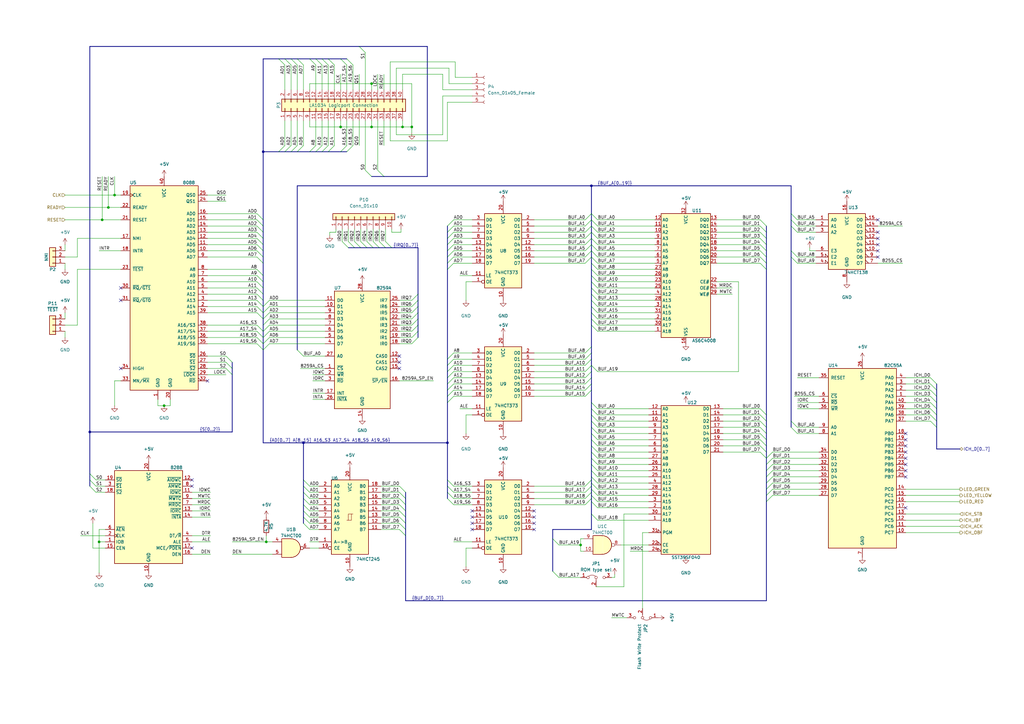
<source format=kicad_sch>
(kicad_sch (version 20230121) (generator eeschema)
  (paper "A3")
  (title_block (title "Tralala 8088 Homebrew Computer") (date "2023-01-17") (rev "1") (company "Copyright (C) 2016, 2017, 2022, 2023 Nikolay Nikolov <nickysn@users.sourceforge.net>") (comment 1 "PO Box 1866, Mountain View, CA 94042, USA.") (comment 2 "http://creativecommons.org/licenses/by-sa/3.0/ or send a letter to Creative Commons,") (comment 3 "License. To view a copy of this license, visit") (comment 4 "This work is licensed under the Creative Commons Attribution-ShareAlike 3.0 Unported"))
  (junction (at 41.91 90.17))
  (junction (at 152.4 34.29))
  (junction (at 67.31 166.37))
  (junction (at 238.125 223.52))
  (junction (at 44.45 85.09))
  (junction (at 36.83 177.165))
  (junction (at 124.46 181.61))
  (junction (at 46.99 80.01))
  (junction (at 139.7 52.07))
  (junction (at 107.95 62.23))
  (junction (at 183.515 181.61))
  (junction (at 168.91 52.07))
  (junction (at 242.57 76.2))
  (junction (at 165.1 52.07))
  (junction (at 109.22 222.25))
  (junction (at 152.4 52.07))
  (junction (at 40.64 222.25))
  (no_connect (at 371.475 187.96))
  (no_connect (at 78.74 199.39))
  (no_connect (at 360.045 102.87))
  (no_connect (at 371.475 190.5))
  (no_connect (at 371.475 195.58))
  (no_connect (at 78.74 224.79))
  (no_connect (at 219.075 217.17))
  (no_connect (at 371.475 180.34))
  (no_connect (at 193.675 217.17))
  (no_connect (at 360.045 97.79))
  (no_connect (at 49.53 118.11))
  (no_connect (at 219.075 212.09))
  (no_connect (at 85.09 156.21))
  (no_connect (at 371.475 182.88))
  (no_connect (at 163.83 146.05))
  (no_connect (at 360.045 105.41))
  (no_connect (at 78.74 196.85))
  (no_connect (at 360.045 95.25))
  (no_connect (at 360.045 90.17))
  (no_connect (at 360.045 100.33))
  (no_connect (at 371.475 185.42))
  (no_connect (at 193.675 214.63))
  (no_connect (at 371.475 177.8))
  (no_connect (at 219.075 214.63))
  (no_connect (at 193.675 212.09))
  (no_connect (at 49.53 123.19))
  (no_connect (at 193.675 209.55))
  (no_connect (at 219.075 209.55))
  (no_connect (at 371.475 193.04))
  (no_connect (at 163.83 151.13))
  (no_connect (at 371.475 208.28))
  (no_connect (at 49.53 151.13))
  (no_connect (at 163.83 148.59))
  (bus_entry (at 327.025 95.25) (size -2.54 -2.54))
  (bus_entry (at 327.025 90.17) (size -2.54 -2.54))
  (bus_entry (at 145.415 99.06) (size 2.54 2.54))
  (bus_entry (at 105.41 102.87) (size 2.54 2.54))
  (bus_entry (at 124.46 26.67) (size -2.54 -2.54))
  (bus_entry (at 327.025 107.95) (size -2.54 -2.54))
  (bus_entry (at 245.11 120.65) (size -2.54 -2.54))
  (bus_entry (at 127 199.39) (size -2.54 -2.54))
  (bus_entry (at 127 204.47) (size -2.54 -2.54))
  (bus_entry (at 127 201.93) (size -2.54 -2.54))
  (bus_entry (at 311.785 90.17) (size 2.54 2.54))
  (bus_entry (at 245.11 130.81) (size -2.54 -2.54))
  (bus_entry (at 105.41 140.97) (size 2.54 2.54))
  (bus_entry (at 186.055 160.02) (size -2.54 2.54))
  (bus_entry (at 105.41 105.41) (size 2.54 2.54))
  (bus_entry (at 245.11 135.89) (size -2.54 -2.54))
  (bus_entry (at 381.635 167.64) (size 2.54 2.54))
  (bus_entry (at 245.11 193.04) (size -2.54 -2.54))
  (bus_entry (at 245.11 177.8) (size -2.54 -2.54))
  (bus_entry (at 245.11 110.49) (size -2.54 -2.54))
  (bus_entry (at 186.055 90.17) (size -2.54 2.54))
  (bus_entry (at 240.03 207.01) (size 2.54 -2.54))
  (bus_entry (at 245.11 97.79) (size -2.54 -2.54))
  (bus_entry (at 105.41 135.89) (size 2.54 2.54))
  (bus_entry (at 186.055 199.39) (size -2.54 -2.54))
  (bus_entry (at 245.11 107.95) (size -2.54 -2.54))
  (bus_entry (at 245.11 133.35) (size -2.54 -2.54))
  (bus_entry (at 110.49 130.81) (size -2.54 2.54))
  (bus_entry (at 110.49 123.19) (size -2.54 2.54))
  (bus_entry (at 110.49 138.43) (size -2.54 2.54))
  (bus_entry (at 168.91 125.73) (size 2.54 -2.54))
  (bus_entry (at 155.575 99.06) (size 2.54 2.54))
  (bus_entry (at 245.11 208.28) (size -2.54 -2.54))
  (bus_entry (at 105.41 120.65) (size 2.54 2.54))
  (bus_entry (at 229.235 223.52) (size -2.54 -2.54))
  (bus_entry (at 245.11 105.41) (size -2.54 -2.54))
  (bus_entry (at 186.055 147.32) (size -2.54 2.54))
  (bus_entry (at 311.785 185.42) (size 2.54 2.54))
  (bus_entry (at 245.11 198.12) (size -2.54 -2.54))
  (bus_entry (at 381.635 172.72) (size 2.54 2.54))
  (bus_entry (at 245.11 115.57) (size -2.54 -2.54))
  (bus_entry (at 137.16 26.67) (size -2.54 -2.54))
  (bus_entry (at 168.91 135.89) (size 2.54 -2.54))
  (bus_entry (at 105.41 138.43) (size 2.54 2.54))
  (bus_entry (at 240.03 102.87) (size 2.54 -2.54))
  (bus_entry (at 105.41 90.17) (size 2.54 2.54))
  (bus_entry (at 132.08 59.69) (size -2.54 2.54))
  (bus_entry (at 240.03 97.79) (size 2.54 -2.54))
  (bus_entry (at 381.635 170.18) (size 2.54 2.54))
  (bus_entry (at 105.41 92.71) (size 2.54 2.54))
  (bus_entry (at 245.11 123.19) (size -2.54 -2.54))
  (bus_entry (at 153.035 99.06) (size 2.54 2.54))
  (bus_entry (at 245.11 205.74) (size -2.54 -2.54))
  (bus_entry (at 39.37 201.93) (size -2.54 -2.54))
  (bus_entry (at 110.49 140.97) (size -2.54 2.54))
  (bus_entry (at 158.115 99.06) (size 2.54 2.54))
  (bus_entry (at 311.785 95.25) (size 2.54 2.54))
  (bus_entry (at 163.83 209.55) (size 2.54 2.54))
  (bus_entry (at 92.71 146.05) (size 2.54 2.54))
  (bus_entry (at 186.055 157.48) (size -2.54 2.54))
  (bus_entry (at 316.865 185.42) (size -2.54 2.54))
  (bus_entry (at 311.785 172.72) (size 2.54 2.54))
  (bus_entry (at 134.62 59.69) (size -2.54 2.54))
  (bus_entry (at 39.37 199.39) (size -2.54 -2.54))
  (bus_entry (at 240.03 154.94) (size 2.54 -2.54))
  (bus_entry (at 124.46 59.69) (size -2.54 2.54))
  (bus_entry (at 154.94 69.85) (size 2.54 2.54))
  (bus_entry (at 127 209.55) (size -2.54 -2.54))
  (bus_entry (at 186.055 144.78) (size -2.54 2.54))
  (bus_entry (at 245.11 125.73) (size -2.54 -2.54))
  (bus_entry (at 121.92 59.69) (size -2.54 2.54))
  (bus_entry (at 240.03 149.86) (size 2.54 -2.54))
  (bus_entry (at 327.025 92.71) (size -2.54 -2.54))
  (bus_entry (at 186.055 107.95) (size -2.54 2.54))
  (bus_entry (at 311.785 102.87) (size 2.54 2.54))
  (bus_entry (at 105.41 133.35) (size 2.54 2.54))
  (bus_entry (at 311.785 170.18) (size 2.54 2.54))
  (bus_entry (at 163.83 199.39) (size 2.54 2.54))
  (bus_entry (at 110.49 125.73) (size -2.54 2.54))
  (bus_entry (at 129.54 26.67) (size -2.54 -2.54))
  (bus_entry (at 119.38 59.69) (size -2.54 2.54))
  (bus_entry (at 245.11 175.26) (size -2.54 -2.54))
  (bus_entry (at 245.11 128.27) (size -2.54 -2.54))
  (bus_entry (at 105.41 95.25) (size 2.54 2.54))
  (bus_entry (at 240.03 107.95) (size 2.54 -2.54))
  (bus_entry (at 240.03 152.4) (size 2.54 -2.54))
  (bus_entry (at 245.11 100.33) (size -2.54 -2.54))
  (bus_entry (at 144.78 26.67) (size -2.54 -2.54))
  (bus_entry (at 245.11 190.5) (size -2.54 -2.54))
  (bus_entry (at 186.055 97.79) (size -2.54 2.54))
  (bus_entry (at 245.11 200.66) (size -2.54 -2.54))
  (bus_entry (at 311.785 100.33) (size 2.54 2.54))
  (bus_entry (at 147.955 99.06) (size 2.54 2.54))
  (bus_entry (at 105.41 123.19) (size 2.54 2.54))
  (bus_entry (at 168.91 130.81) (size 2.54 -2.54))
  (bus_entry (at 327.025 177.8) (size -2.54 -2.54))
  (bus_entry (at 316.865 187.96) (size -2.54 2.54))
  (bus_entry (at 186.055 102.87) (size -2.54 2.54))
  (bus_entry (at 240.03 199.39) (size 2.54 -2.54))
  (bus_entry (at 132.08 26.67) (size -2.54 -2.54))
  (bus_entry (at 105.41 125.73) (size 2.54 2.54))
  (bus_entry (at 186.055 100.33) (size -2.54 2.54))
  (bus_entry (at 245.11 180.34) (size -2.54 -2.54))
  (bus_entry (at 311.785 175.26) (size 2.54 2.54))
  (bus_entry (at 327.025 175.26) (size -2.54 -2.54))
  (bus_entry (at 163.83 201.93) (size 2.54 2.54))
  (bus_entry (at 316.865 198.12) (size -2.54 2.54))
  (bus_entry (at 381.635 162.56) (size 2.54 2.54))
  (bus_entry (at 311.785 177.8) (size 2.54 2.54))
  (bus_entry (at 140.335 99.06) (size 2.54 2.54))
  (bus_entry (at 186.055 92.71) (size -2.54 2.54))
  (bus_entry (at 186.055 105.41) (size -2.54 2.54))
  (bus_entry (at 381.635 157.48) (size 2.54 2.54))
  (bus_entry (at 245.11 185.42) (size -2.54 -2.54))
  (bus_entry (at 149.86 69.85) (size 2.54 2.54))
  (bus_entry (at 127 207.01) (size -2.54 -2.54))
  (bus_entry (at 245.11 102.87) (size -2.54 -2.54))
  (bus_entry (at 168.91 123.19) (size 2.54 -2.54))
  (bus_entry (at 245.11 213.36) (size -2.54 -2.54))
  (bus_entry (at 245.11 203.2) (size -2.54 -2.54))
  (bus_entry (at 245.11 182.88) (size -2.54 -2.54))
  (bus_entry (at 245.11 113.03) (size -2.54 -2.54))
  (bus_entry (at 240.03 157.48) (size 2.54 -2.54))
  (bus_entry (at 127 217.17) (size -2.54 -2.54))
  (bus_entry (at 240.03 92.71) (size 2.54 -2.54))
  (bus_entry (at 311.785 97.79) (size 2.54 2.54))
  (bus_entry (at 39.37 196.85) (size -2.54 -2.54))
  (bus_entry (at 240.03 201.93) (size 2.54 -2.54))
  (bus_entry (at 240.03 144.78) (size 2.54 -2.54))
  (bus_entry (at 245.11 187.96) (size -2.54 -2.54))
  (bus_entry (at 316.865 190.5) (size -2.54 2.54))
  (bus_entry (at 186.055 162.56) (size -2.54 2.54))
  (bus_entry (at 186.055 154.94) (size -2.54 2.54))
  (bus_entry (at 240.03 147.32) (size 2.54 -2.54))
  (bus_entry (at 110.49 128.27) (size -2.54 2.54))
  (bus_entry (at 240.03 90.17) (size 2.54 -2.54))
  (bus_entry (at 116.84 26.67) (size -2.54 -2.54))
  (bus_entry (at 163.83 214.63) (size 2.54 2.54))
  (bus_entry (at 229.235 236.855) (size -2.54 -2.54))
  (bus_entry (at 311.785 182.88) (size 2.54 2.54))
  (bus_entry (at 163.83 207.01) (size 2.54 2.54))
  (bus_entry (at 168.91 138.43) (size 2.54 -2.54))
  (bus_entry (at 105.41 97.79) (size 2.54 2.54))
  (bus_entry (at 316.865 195.58) (size -2.54 2.54))
  (bus_entry (at 144.78 59.69) (size -2.54 2.54))
  (bus_entry (at 124.46 146.05) (size -2.54 -2.54))
  (bus_entry (at 381.635 160.02) (size 2.54 2.54))
  (bus_entry (at 105.41 110.49) (size 2.54 2.54))
  (bus_entry (at 168.91 128.27) (size 2.54 -2.54))
  (bus_entry (at 240.03 95.25) (size 2.54 -2.54))
  (bus_entry (at 186.055 152.4) (size -2.54 2.54))
  (bus_entry (at 245.11 152.4) (size -2.54 -2.54))
  (bus_entry (at 186.055 207.01) (size -2.54 -2.54))
  (bus_entry (at 245.11 170.18) (size -2.54 -2.54))
  (bus_entry (at 245.11 118.11) (size -2.54 -2.54))
  (bus_entry (at 186.055 201.93) (size -2.54 -2.54))
  (bus_entry (at 129.54 59.69) (size -2.54 2.54))
  (bus_entry (at 240.03 204.47) (size 2.54 -2.54))
  (bus_entry (at 311.785 105.41) (size 2.54 2.54))
  (bus_entry (at 245.11 172.72) (size -2.54 -2.54))
  (bus_entry (at 163.83 217.17) (size 2.54 2.54))
  (bus_entry (at 163.83 204.47) (size 2.54 2.54))
  (bus_entry (at 316.865 193.04) (size -2.54 2.54))
  (bus_entry (at 142.24 26.67) (size -2.54 -2.54))
  (bus_entry (at 186.055 95.25) (size -2.54 2.54))
  (bus_entry (at 186.055 149.86) (size -2.54 2.54))
  (bus_entry (at 110.49 135.89) (size -2.54 2.54))
  (bus_entry (at 311.785 92.71) (size 2.54 2.54))
  (bus_entry (at 245.11 92.71) (size -2.54 -2.54))
  (bus_entry (at 116.84 59.69) (size -2.54 2.54))
  (bus_entry (at 105.41 113.03) (size 2.54 2.54))
  (bus_entry (at 316.865 203.2) (size -2.54 2.54))
  (bus_entry (at 240.03 162.56) (size 2.54 -2.54))
  (bus_entry (at 311.785 107.95) (size 2.54 2.54))
  (bus_entry (at 137.16 59.69) (size -2.54 2.54))
  (bus_entry (at 142.875 99.06) (size 2.54 2.54))
  (bus_entry (at 311.785 180.34) (size 2.54 2.54))
  (bus_entry (at 245.11 195.58) (size -2.54 -2.54))
  (bus_entry (at 245.11 90.17) (size -2.54 -2.54))
  (bus_entry (at 110.49 133.35) (size -2.54 2.54))
  (bus_entry (at 381.635 154.94) (size 2.54 2.54))
  (bus_entry (at 149.86 21.59) (size -2.54 -2.54))
  (bus_entry (at 142.24 59.69) (size -2.54 2.54))
  (bus_entry (at 240.03 105.41) (size 2.54 -2.54))
  (bus_entry (at 105.41 100.33) (size 2.54 2.54))
  (bus_entry (at 127 214.63) (size -2.54 -2.54))
  (bus_entry (at 121.92 26.67) (size -2.54 -2.54))
  (bus_entry (at 381.635 165.1) (size 2.54 2.54))
  (bus_entry (at 245.11 95.25) (size -2.54 -2.54))
  (bus_entry (at 186.055 204.47) (size -2.54 -2.54))
  (bus_entry (at 327.025 105.41) (size -2.54 -2.54))
  (bus_entry (at 92.71 151.13) (size 2.54 2.54))
  (bus_entry (at 105.41 115.57) (size 2.54 2.54))
  (bus_entry (at 105.41 87.63) (size 2.54 2.54))
  (bus_entry (at 240.03 160.02) (size 2.54 -2.54))
  (bus_entry (at 105.41 118.11) (size 2.54 2.54))
  (bus_entry (at 163.83 212.09) (size 2.54 2.54))
  (bus_entry (at 134.62 26.67) (size -2.54 -2.54))
  (bus_entry (at 168.91 133.35) (size 2.54 -2.54))
  (bus_entry (at 127 212.09) (size -2.54 -2.54))
  (bus_entry (at 105.41 128.27) (size 2.54 2.54))
  (bus_entry (at 119.38 26.67) (size -2.54 -2.54))
  (bus_entry (at 92.71 148.59) (size 2.54 2.54))
  (bus_entry (at 316.865 200.66) (size -2.54 2.54))
  (bus_entry (at 240.03 100.33) (size 2.54 -2.54))
  (bus_entry (at 150.495 99.06) (size 2.54 2.54))
  (bus_entry (at 311.785 167.64) (size 2.54 2.54))
  (bus_entry (at 168.91 140.97) (size 2.54 -2.54))
  (bus_entry (at 245.11 167.64) (size -2.54 -2.54))
  (wire (pts (xy 294.005 118.11) (xy 300.355 118.11)))
  (wire (pts (xy 327.025 107.95) (xy 334.645 107.95)))
  (wire (pts (xy 95.25 227.33) (xy 111.76 227.33)))
  (bus (pts (xy 171.45 120.65) (xy 171.45 123.19)))
  (bus (pts (xy 324.485 87.63) (xy 324.485 90.17)))
  (bus (pts (xy 242.57 147.32) (xy 242.57 149.86)))
  (wire (pts (xy 116.84 36.83) (xy 116.84 26.67)))
  (bus (pts (xy 314.325 195.58) (xy 314.325 198.12)))
  (wire (pts (xy 302.895 115.57) (xy 302.895 152.4)))
  (wire (pts (xy 219.075 160.02) (xy 240.03 160.02)))
  (bus (pts (xy 242.57 167.64) (xy 242.57 170.18)))
  (wire (pts (xy 162.56 55.245) (xy 162.56 49.53)))
  (wire (pts (xy 110.49 123.19) (xy 133.35 123.19)))
  (wire (pts (xy 186.055 207.01) (xy 193.675 207.01)))
  (wire (pts (xy 238.125 220.98) (xy 239.395 220.98)))
  (wire (pts (xy 360.045 92.71) (xy 370.205 92.71)))
  (wire (pts (xy 296.545 185.42) (xy 311.785 185.42)))
  (bus (pts (xy 183.515 196.85) (xy 183.515 199.39)))
  (wire (pts (xy 191.135 170.18) (xy 191.135 177.8)))
  (wire (pts (xy 38.1 214.63) (xy 38.1 224.79)))
  (bus (pts (xy 242.57 193.04) (xy 242.57 195.58)))
  (bus (pts (xy 314.325 180.34) (xy 314.325 182.88)))
  (wire (pts (xy 245.11 205.74) (xy 266.065 205.74)))
  (wire (pts (xy 124.46 49.53) (xy 124.46 59.69)))
  (bus (pts (xy 124.46 181.61) (xy 124.46 196.85)))
  (wire (pts (xy 85.09 120.65) (xy 105.41 120.65)))
  (wire (pts (xy 181.61 30.48) (xy 181.61 36.83)))
  (bus (pts (xy 384.175 160.02) (xy 384.175 162.56)))
  (bus (pts (xy 314.325 182.88) (xy 314.325 185.42)))
  (bus (pts (xy 242.57 154.94) (xy 242.57 157.48)))
  (bus (pts (xy 242.57 203.2) (xy 242.57 204.47)))
  (wire (pts (xy 186.055 95.25) (xy 193.675 95.25)))
  (wire (pts (xy 165.1 36.83) (xy 165.1 30.48)))
  (wire (pts (xy 219.075 144.78) (xy 240.03 144.78)))
  (wire (pts (xy 46.99 80.01) (xy 49.53 80.01)))
  (bus (pts (xy 171.45 101.6) (xy 171.45 120.65)))
  (wire (pts (xy 128.27 161.29) (xy 133.35 161.29)))
  (wire (pts (xy 186.055 147.32) (xy 193.675 147.32)))
  (wire (pts (xy 127 199.39) (xy 130.81 199.39)))
  (wire (pts (xy 64.77 166.37) (xy 67.31 166.37)))
  (bus (pts (xy 95.25 151.13) (xy 95.25 153.67)))
  (bus (pts (xy 152.4 72.39) (xy 157.48 72.39)))
  (wire (pts (xy 219.075 207.01) (xy 240.03 207.01)))
  (wire (pts (xy 296.545 167.64) (xy 311.785 167.64)))
  (wire (pts (xy 127 34.29) (xy 152.4 34.29)))
  (bus (pts (xy 142.24 24.13) (xy 139.7 24.13)))
  (wire (pts (xy 26.67 105.41) (xy 31.75 105.41)))
  (wire (pts (xy 294.005 102.87) (xy 311.785 102.87)))
  (wire (pts (xy 31.75 97.79) (xy 49.53 97.79)))
  (wire (pts (xy 85.09 80.01) (xy 92.71 80.01)))
  (bus (pts (xy 166.37 207.01) (xy 166.37 209.55)))
  (wire (pts (xy 156.21 207.01) (xy 163.83 207.01)))
  (bus (pts (xy 242.57 113.03) (xy 242.57 110.49)))
  (bus (pts (xy 384.175 184.15) (xy 393.7 184.15)))
  (wire (pts (xy 39.37 199.39) (xy 43.18 199.39)))
  (bus (pts (xy 129.54 24.13) (xy 127 24.13)))
  (wire (pts (xy 186.055 107.95) (xy 193.675 107.95)))
  (wire (pts (xy 156.21 217.17) (xy 163.83 217.17)))
  (bus (pts (xy 171.45 135.89) (xy 171.45 138.43)))
  (wire (pts (xy 127 212.09) (xy 130.81 212.09)))
  (bus (pts (xy 242.57 115.57) (xy 242.57 113.03)))
  (bus (pts (xy 171.45 128.27) (xy 171.45 130.81)))
  (wire (pts (xy 296.545 180.34) (xy 311.785 180.34)))
  (wire (pts (xy 137.16 49.53) (xy 137.16 59.69)))
  (bus (pts (xy 314.325 193.04) (xy 314.325 195.58)))
  (wire (pts (xy 371.475 162.56) (xy 381.635 162.56)))
  (wire (pts (xy 191.135 115.57) (xy 193.675 115.57)))
  (bus (pts (xy 171.45 133.35) (xy 171.45 135.89)))
  (wire (pts (xy 150.495 99.06) (xy 150.495 93.98)))
  (bus (pts (xy 107.95 105.41) (xy 107.95 107.95)))
  (wire (pts (xy 78.74 204.47) (xy 86.36 204.47)))
  (wire (pts (xy 186.055 152.4) (xy 193.675 152.4)))
  (wire (pts (xy 127 49.53) (xy 127 52.07)))
  (wire (pts (xy 31.75 110.49) (xy 31.75 133.35)))
  (bus (pts (xy 158.115 101.6) (xy 160.655 101.6)))
  (wire (pts (xy 157.48 36.83) (xy 157.48 30.48)))
  (bus (pts (xy 242.57 105.41) (xy 242.57 102.87)))
  (wire (pts (xy 219.075 204.47) (xy 240.03 204.47)))
  (wire (pts (xy 26.67 85.09) (xy 44.45 85.09)))
  (wire (pts (xy 26.67 128.27) (xy 26.67 130.81)))
  (wire (pts (xy 294.005 90.17) (xy 311.785 90.17)))
  (bus (pts (xy 107.95 130.81) (xy 107.95 133.35)))
  (wire (pts (xy 85.09 140.97) (xy 105.41 140.97)))
  (bus (pts (xy 132.08 24.13) (xy 129.54 24.13)))
  (bus (pts (xy 242.57 115.57) (xy 242.57 118.11)))
  (wire (pts (xy 258.445 226.06) (xy 266.065 226.06)))
  (wire (pts (xy 124.46 146.05) (xy 133.35 146.05)))
  (wire (pts (xy 296.545 175.26) (xy 311.785 175.26)))
  (bus (pts (xy 226.695 220.98) (xy 226.695 234.315)))
  (wire (pts (xy 119.38 36.83) (xy 119.38 26.67)))
  (wire (pts (xy 371.475 157.48) (xy 381.635 157.48)))
  (wire (pts (xy 165.1 30.48) (xy 181.61 30.48)))
  (wire (pts (xy 142.875 99.06) (xy 142.875 93.98)))
  (bus (pts (xy 171.45 123.19) (xy 171.45 125.73)))
  (bus (pts (xy 324.485 105.41) (xy 324.485 102.87)))
  (wire (pts (xy 127 222.25) (xy 130.81 222.25)))
  (bus (pts (xy 157.48 72.39) (xy 175.26 72.39)))
  (bus (pts (xy 242.57 187.96) (xy 242.57 185.42)))
  (bus (pts (xy 95.25 177.165) (xy 36.83 177.165)))
  (bus (pts (xy 183.515 162.56) (xy 183.515 165.1)))
  (wire (pts (xy 134.62 49.53) (xy 134.62 59.69)))
  (wire (pts (xy 137.795 93.98) (xy 137.795 95.25)))
  (bus (pts (xy 226.695 217.17) (xy 242.57 217.17)))
  (wire (pts (xy 327.025 95.25) (xy 334.645 95.25)))
  (wire (pts (xy 154.94 36.83) (xy 154.94 30.48)))
  (wire (pts (xy 245.11 172.72) (xy 266.065 172.72)))
  (wire (pts (xy 219.075 102.87) (xy 240.03 102.87)))
  (wire (pts (xy 186.055 160.02) (xy 193.675 160.02)))
  (wire (pts (xy 78.74 219.71) (xy 86.36 219.71)))
  (wire (pts (xy 168.91 54.61) (xy 168.91 52.07)))
  (bus (pts (xy 324.485 102.87) (xy 324.485 92.71)))
  (bus (pts (xy 107.95 140.97) (xy 107.95 143.51)))
  (wire (pts (xy 245.11 185.42) (xy 266.065 185.42)))
  (wire (pts (xy 43.18 224.79) (xy 38.1 224.79)))
  (bus (pts (xy 121.92 62.23) (xy 127 62.23)))
  (wire (pts (xy 245.11 133.35) (xy 268.605 133.35)))
  (wire (pts (xy 181.61 55.245) (xy 181.61 39.37)))
  (bus (pts (xy 242.57 182.88) (xy 242.57 185.42)))
  (wire (pts (xy 44.45 85.09) (xy 49.53 85.09)))
  (wire (pts (xy 127 52.07) (xy 139.7 52.07)))
  (wire (pts (xy 263.525 218.44) (xy 263.525 249.555)))
  (bus (pts (xy 134.62 62.23) (xy 139.7 62.23)))
  (wire (pts (xy 371.475 170.18) (xy 381.635 170.18)))
  (bus (pts (xy 242.57 199.39) (xy 242.57 200.66)))
  (wire (pts (xy 31.75 133.35) (xy 26.67 133.35)))
  (bus (pts (xy 314.325 92.71) (xy 314.325 95.25)))
  (wire (pts (xy 95.25 222.25) (xy 109.22 222.25)))
  (wire (pts (xy 142.24 36.83) (xy 142.24 26.67)))
  (bus (pts (xy 314.325 95.25) (xy 314.325 97.79)))
  (bus (pts (xy 183.515 157.48) (xy 183.515 160.02)))
  (bus (pts (xy 242.57 199.39) (xy 242.57 198.12)))
  (bus (pts (xy 242.57 177.8) (xy 242.57 180.34)))
  (wire (pts (xy 85.09 95.25) (xy 105.41 95.25)))
  (bus (pts (xy 242.57 210.82) (xy 242.57 217.17)))
  (bus (pts (xy 242.57 128.27) (xy 242.57 130.81)))
  (wire (pts (xy 327.025 177.8) (xy 335.915 177.8)))
  (bus (pts (xy 36.83 194.31) (xy 36.83 196.85)))
  (bus (pts (xy 107.95 125.73) (xy 107.95 128.27)))
  (wire (pts (xy 325.755 162.56) (xy 335.915 162.56)))
  (wire (pts (xy 119.38 49.53) (xy 119.38 59.69)))
  (wire (pts (xy 294.005 97.79) (xy 311.785 97.79)))
  (wire (pts (xy 41.91 90.17) (xy 49.53 90.17)))
  (wire (pts (xy 85.09 138.43) (xy 105.41 138.43)))
  (wire (pts (xy 245.11 170.18) (xy 266.065 170.18)))
  (wire (pts (xy 156.21 212.09) (xy 163.83 212.09)))
  (bus (pts (xy 242.57 165.1) (xy 242.57 167.64)))
  (wire (pts (xy 244.475 240.665) (xy 255.905 240.665)))
  (wire (pts (xy 160.02 57.785) (xy 160.02 49.53)))
  (wire (pts (xy 162.56 55.245) (xy 181.61 55.245)))
  (wire (pts (xy 127 217.17) (xy 130.81 217.17)))
  (wire (pts (xy 186.055 201.93) (xy 193.675 201.93)))
  (wire (pts (xy 219.075 92.71) (xy 240.03 92.71)))
  (bus (pts (xy 242.57 118.11) (xy 242.57 120.65)))
  (bus (pts (xy 242.57 198.12) (xy 242.57 196.85)))
  (wire (pts (xy 219.075 107.95) (xy 240.03 107.95)))
  (wire (pts (xy 40.64 222.25) (xy 43.18 222.25)))
  (bus (pts (xy 314.325 190.5) (xy 314.325 193.04)))
  (wire (pts (xy 245.11 110.49) (xy 268.605 110.49)))
  (bus (pts (xy 36.83 196.85) (xy 36.83 199.39)))
  (wire (pts (xy 168.91 130.81) (xy 163.83 130.81)))
  (bus (pts (xy 175.26 72.39) (xy 175.26 19.05)))
  (wire (pts (xy 168.91 125.73) (xy 163.83 125.73)))
  (wire (pts (xy 85.09 90.17) (xy 105.41 90.17)))
  (wire (pts (xy 168.91 123.19) (xy 163.83 123.19)))
  (bus (pts (xy 166.37 209.55) (xy 166.37 212.09)))
  (bus (pts (xy 384.175 165.1) (xy 384.175 167.64)))
  (wire (pts (xy 31.75 110.49) (xy 49.53 110.49)))
  (wire (pts (xy 238.125 223.52) (xy 238.125 220.98)))
  (wire (pts (xy 191.135 224.79) (xy 191.135 232.41)))
  (wire (pts (xy 188.595 167.64) (xy 193.675 167.64)))
  (wire (pts (xy 85.09 148.59) (xy 92.71 148.59)))
  (wire (pts (xy 302.895 152.4) (xy 245.11 152.4)))
  (wire (pts (xy 239.395 226.06) (xy 238.125 226.06)))
  (wire (pts (xy 250.825 236.855) (xy 252.095 236.855)))
  (wire (pts (xy 127 207.01) (xy 130.81 207.01)))
  (bus (pts (xy 124.46 212.09) (xy 124.46 214.63)))
  (wire (pts (xy 168.91 133.35) (xy 163.83 133.35)))
  (wire (pts (xy 252.095 236.855) (xy 252.095 235.585)))
  (wire (pts (xy 371.475 205.74) (xy 393.7 205.74)))
  (bus (pts (xy 314.325 100.33) (xy 314.325 102.87)))
  (wire (pts (xy 245.11 102.87) (xy 268.605 102.87)))
  (bus (pts (xy 107.95 102.87) (xy 107.95 105.41)))
  (wire (pts (xy 371.475 165.1) (xy 381.635 165.1)))
  (wire (pts (xy 168.91 128.27) (xy 163.83 128.27)))
  (bus (pts (xy 107.95 118.11) (xy 107.95 120.65)))
  (bus (pts (xy 114.3 24.13) (xy 107.95 24.13)))
  (bus (pts (xy 242.57 190.5) (xy 242.57 187.96)))
  (wire (pts (xy 245.11 193.04) (xy 266.065 193.04)))
  (bus (pts (xy 166.37 217.17) (xy 166.37 219.71)))
  (wire (pts (xy 168.91 34.29) (xy 152.4 34.29)))
  (wire (pts (xy 219.075 97.79) (xy 240.03 97.79)))
  (wire (pts (xy 229.235 223.52) (xy 238.125 223.52)))
  (wire (pts (xy 327.025 105.41) (xy 334.645 105.41)))
  (bus (pts (xy 166.37 219.71) (xy 166.37 246.38)))
  (bus (pts (xy 384.175 167.64) (xy 384.175 170.18)))
  (bus (pts (xy 314.325 110.49) (xy 314.325 170.18)))
  (bus (pts (xy 314.325 175.26) (xy 314.325 177.8)))
  (wire (pts (xy 129.54 49.53) (xy 129.54 59.69)))
  (wire (pts (xy 327.025 154.94) (xy 335.915 154.94)))
  (bus (pts (xy 183.515 181.61) (xy 183.515 196.85)))
  (bus (pts (xy 183.515 97.79) (xy 183.515 100.33)))
  (bus (pts (xy 242.57 120.65) (xy 242.57 123.19)))
  (wire (pts (xy 219.075 149.86) (xy 240.03 149.86)))
  (wire (pts (xy 121.92 36.83) (xy 121.92 26.67)))
  (wire (pts (xy 168.91 138.43) (xy 163.83 138.43)))
  (wire (pts (xy 266.065 218.44) (xy 263.525 218.44)))
  (bus (pts (xy 183.515 152.4) (xy 183.515 154.94)))
  (wire (pts (xy 186.055 92.71) (xy 193.675 92.71)))
  (wire (pts (xy 371.475 210.82) (xy 393.7 210.82)))
  (bus (pts (xy 242.57 172.72) (xy 242.57 175.26)))
  (bus (pts (xy 183.515 147.32) (xy 183.515 149.86)))
  (wire (pts (xy 156.21 209.55) (xy 163.83 209.55)))
  (wire (pts (xy 294.005 115.57) (xy 302.895 115.57)))
  (wire (pts (xy 219.075 199.39) (xy 240.03 199.39)))
  (bus (pts (xy 242.57 152.4) (xy 242.57 154.94)))
  (wire (pts (xy 245.11 123.19) (xy 268.605 123.19)))
  (wire (pts (xy 294.005 105.41) (xy 311.785 105.41)))
  (wire (pts (xy 85.09 125.73) (xy 105.41 125.73)))
  (wire (pts (xy 193.675 224.79) (xy 191.135 224.79)))
  (bus (pts (xy 242.57 200.66) (xy 242.57 201.93)))
  (wire (pts (xy 254.635 223.52) (xy 266.065 223.52)))
  (wire (pts (xy 245.11 113.03) (xy 268.605 113.03)))
  (bus (pts (xy 242.57 92.71) (xy 242.57 90.17)))
  (wire (pts (xy 327.025 90.17) (xy 334.645 90.17)))
  (bus (pts (xy 121.92 24.13) (xy 119.38 24.13)))
  (bus (pts (xy 36.83 177.165) (xy 36.83 194.31)))
  (wire (pts (xy 219.075 105.41) (xy 240.03 105.41)))
  (wire (pts (xy 332.105 102.87) (xy 332.105 101.6)))
  (wire (pts (xy 147.32 59.69) (xy 147.32 49.53)))
  (wire (pts (xy 160.02 25.4) (xy 160.02 36.83)))
  (wire (pts (xy 147.955 99.06) (xy 147.955 93.98)))
  (bus (pts (xy 314.325 105.41) (xy 314.325 107.95)))
  (wire (pts (xy 85.09 87.63) (xy 105.41 87.63)))
  (bus (pts (xy 183.515 201.93) (xy 183.515 204.47)))
  (wire (pts (xy 85.09 102.87) (xy 105.41 102.87)))
  (wire (pts (xy 144.78 36.83) (xy 144.78 26.67)))
  (wire (pts (xy 245.11 190.5) (xy 266.065 190.5)))
  (wire (pts (xy 186.69 31.75) (xy 193.675 31.75)))
  (bus (pts (xy 127 62.23) (xy 129.54 62.23)))
  (wire (pts (xy 110.49 138.43) (xy 133.35 138.43)))
  (wire (pts (xy 78.74 227.33) (xy 86.36 227.33)))
  (bus (pts (xy 242.57 204.47) (xy 242.57 205.74)))
  (bus (pts (xy 324.485 105.41) (xy 324.485 172.72)))
  (bus (pts (xy 242.57 123.19) (xy 242.57 125.73)))
  (wire (pts (xy 168.91 34.29) (xy 168.91 52.07)))
  (bus (pts (xy 183.515 107.95) (xy 183.515 110.49)))
  (wire (pts (xy 245.11 130.81) (xy 268.605 130.81)))
  (wire (pts (xy 127 201.93) (xy 130.81 201.93)))
  (wire (pts (xy 186.055 199.39) (xy 193.675 199.39)))
  (bus (pts (xy 107.95 120.65) (xy 107.95 123.19)))
  (wire (pts (xy 127 224.79) (xy 130.81 224.79)))
  (wire (pts (xy 123.19 151.13) (xy 133.35 151.13)))
  (wire (pts (xy 85.09 146.05) (xy 92.71 146.05)))
  (wire (pts (xy 186.055 90.17) (xy 193.675 90.17)))
  (wire (pts (xy 26.67 135.89) (xy 26.67 138.43)))
  (wire (pts (xy 85.09 133.35) (xy 105.41 133.35)))
  (bus (pts (xy 314.325 102.87) (xy 314.325 105.41)))
  (bus (pts (xy 124.46 207.01) (xy 124.46 209.55)))
  (bus (pts (xy 124.46 204.47) (xy 124.46 207.01)))
  (bus (pts (xy 124.46 199.39) (xy 124.46 201.93)))
  (wire (pts (xy 139.7 52.07) (xy 152.4 52.07)))
  (bus (pts (xy 242.57 144.78) (xy 242.57 147.32)))
  (wire (pts (xy 334.645 102.87) (xy 332.105 102.87)))
  (bus (pts (xy 242.57 100.33) (xy 242.57 97.79)))
  (wire (pts (xy 78.74 201.93) (xy 86.36 201.93)))
  (wire (pts (xy 127 214.63) (xy 130.81 214.63)))
  (bus (pts (xy 242.57 149.86) (xy 242.57 152.4)))
  (wire (pts (xy 39.37 196.85) (xy 43.18 196.85)))
  (wire (pts (xy 245.11 198.12) (xy 266.065 198.12)))
  (wire (pts (xy 245.11 203.2) (xy 266.065 203.2)))
  (wire (pts (xy 128.27 156.21) (xy 133.35 156.21)))
  (bus (pts (xy 107.95 115.57) (xy 107.95 118.11)))
  (bus (pts (xy 142.875 101.6) (xy 145.415 101.6)))
  (wire (pts (xy 371.475 167.64) (xy 381.635 167.64)))
  (bus (pts (xy 242.57 180.34) (xy 242.57 182.88)))
  (wire (pts (xy 381.635 154.94) (xy 371.475 154.94)))
  (wire (pts (xy 162.56 27.94) (xy 184.15 27.94)))
  (wire (pts (xy 85.09 82.55) (xy 92.71 82.55)))
  (wire (pts (xy 186.055 100.33) (xy 193.675 100.33)))
  (bus (pts (xy 107.95 107.95) (xy 107.95 113.03)))
  (wire (pts (xy 110.49 135.89) (xy 133.35 135.89)))
  (wire (pts (xy 219.075 162.56) (xy 240.03 162.56)))
  (wire (pts (xy 85.09 128.27) (xy 105.41 128.27)))
  (wire (pts (xy 153.035 99.06) (xy 153.035 93.98)))
  (wire (pts (xy 137.795 95.25) (xy 135.255 95.25)))
  (wire (pts (xy 238.125 226.06) (xy 238.125 223.52)))
  (wire (pts (xy 124.46 36.83) (xy 124.46 26.67)))
  (wire (pts (xy 142.24 59.69) (xy 142.24 49.53)))
  (wire (pts (xy 67.31 166.37) (xy 69.85 166.37)))
  (bus (pts (xy 139.7 62.23) (xy 142.24 62.23)))
  (wire (pts (xy 371.475 215.9) (xy 393.7 215.9)))
  (bus (pts (xy 314.325 177.8) (xy 314.325 180.34)))
  (wire (pts (xy 186.055 204.47) (xy 193.675 204.47)))
  (wire (pts (xy 245.11 107.95) (xy 268.605 107.95)))
  (wire (pts (xy 245.11 100.33) (xy 268.605 100.33)))
  (wire (pts (xy 78.74 209.55) (xy 86.36 209.55)))
  (bus (pts (xy 324.485 175.26) (xy 324.485 172.72)))
  (wire (pts (xy 184.15 34.29) (xy 193.675 34.29)))
  (wire (pts (xy 78.74 222.25) (xy 86.36 222.25)))
  (bus (pts (xy 166.37 204.47) (xy 166.37 207.01)))
  (bus (pts (xy 107.95 100.33) (xy 107.95 102.87)))
  (bus (pts (xy 242.57 125.73) (xy 242.57 128.27)))
  (bus (pts (xy 107.95 143.51) (xy 107.95 181.61)))
  (bus (pts (xy 242.57 107.95) (xy 242.57 105.41)))
  (wire (pts (xy 145.415 99.06) (xy 145.415 93.98)))
  (bus (pts (xy 155.575 101.6) (xy 158.115 101.6)))
  (wire (pts (xy 245.11 128.27) (xy 268.605 128.27)))
  (wire (pts (xy 40.64 217.17) (xy 40.64 222.25)))
  (bus (pts (xy 150.495 101.6) (xy 153.035 101.6)))
  (bus (pts (xy 107.95 90.17) (xy 107.95 92.71)))
  (wire (pts (xy 191.135 123.19) (xy 191.135 115.57)))
  (bus (pts (xy 242.57 95.25) (xy 242.57 92.71)))
  (wire (pts (xy 85.09 92.71) (xy 105.41 92.71)))
  (wire (pts (xy 165.1 52.07) (xy 168.91 52.07)))
  (bus (pts (xy 147.955 101.6) (xy 150.495 101.6)))
  (wire (pts (xy 371.475 213.36) (xy 393.7 213.36)))
  (wire (pts (xy 156.21 214.63) (xy 163.83 214.63)))
  (bus (pts (xy 153.035 101.6) (xy 155.575 101.6)))
  (wire (pts (xy 168.91 140.97) (xy 163.83 140.97)))
  (bus (pts (xy 145.415 101.6) (xy 147.955 101.6)))
  (bus (pts (xy 107.95 123.19) (xy 107.95 125.73)))
  (bus (pts (xy 242.57 110.49) (xy 242.57 107.95)))
  (bus (pts (xy 183.515 102.87) (xy 183.515 105.41)))
  (wire (pts (xy 85.09 113.03) (xy 105.41 113.03)))
  (wire (pts (xy 229.235 236.855) (xy 238.125 236.855)))
  (wire (pts (xy 127 36.83) (xy 127 34.29)))
  (bus (pts (xy 314.325 170.18) (xy 314.325 172.72)))
  (wire (pts (xy 116.84 49.53) (xy 116.84 59.69)))
  (wire (pts (xy 316.865 187.96) (xy 335.915 187.96)))
  (wire (pts (xy 168.91 135.89) (xy 163.83 135.89)))
  (wire (pts (xy 219.075 152.4) (xy 240.03 152.4)))
  (bus (pts (xy 132.08 62.23) (xy 134.62 62.23)))
  (bus (pts (xy 242.57 193.04) (xy 242.57 190.5)))
  (bus (pts (xy 183.515 110.49) (xy 183.515 147.32)))
  (bus (pts (xy 183.515 105.41) (xy 183.515 107.95)))
  (wire (pts (xy 250.825 253.365) (xy 257.175 253.365)))
  (wire (pts (xy 219.075 157.48) (xy 240.03 157.48)))
  (wire (pts (xy 186.055 222.25) (xy 193.675 222.25)))
  (wire (pts (xy 186.69 25.4) (xy 186.69 31.75)))
  (bus (pts (xy 127 24.13) (xy 121.92 24.13)))
  (wire (pts (xy 186.055 162.56) (xy 193.675 162.56)))
  (bus (pts (xy 116.84 24.13) (xy 114.3 24.13)))
  (bus (pts (xy 166.37 212.09) (xy 166.37 214.63)))
  (wire (pts (xy 149.86 21.59) (xy 149.86 36.83)))
  (bus (pts (xy 183.515 199.39) (xy 183.515 201.93)))
  (wire (pts (xy 294.005 107.95) (xy 311.785 107.95)))
  (wire (pts (xy 186.055 157.48) (xy 193.675 157.48)))
  (wire (pts (xy 294.005 92.71) (xy 311.785 92.71)))
  (bus (pts (xy 183.515 92.71) (xy 183.515 95.25)))
  (wire (pts (xy 26.67 90.17) (xy 41.91 90.17)))
  (wire (pts (xy 41.91 72.39) (xy 41.91 90.17)))
  (wire (pts (xy 26.67 107.95) (xy 26.67 110.49)))
  (wire (pts (xy 219.075 154.94) (xy 240.03 154.94)))
  (wire (pts (xy 371.475 218.44) (xy 393.7 218.44)))
  (wire (pts (xy 186.055 105.41) (xy 193.675 105.41)))
  (wire (pts (xy 316.865 190.5) (xy 335.915 190.5)))
  (bus (pts (xy 114.3 62.23) (xy 116.84 62.23)))
  (bus (pts (xy 166.37 214.63) (xy 166.37 217.17)))
  (wire (pts (xy 245.11 213.36) (xy 266.065 213.36)))
  (bus (pts (xy 242.57 160.02) (xy 242.57 165.1)))
  (wire (pts (xy 245.11 97.79) (xy 268.605 97.79)))
  (bus (pts (xy 314.325 187.96) (xy 314.325 190.5)))
  (wire (pts (xy 137.16 36.83) (xy 137.16 26.67)))
  (bus (pts (xy 107.95 138.43) (xy 107.95 140.97)))
  (bus (pts (xy 324.485 76.2) (xy 324.485 87.63)))
  (wire (pts (xy 245.11 90.17) (xy 268.605 90.17)))
  (wire (pts (xy 160.02 25.4) (xy 186.69 25.4)))
  (wire (pts (xy 181.61 39.37) (xy 193.675 39.37)))
  (wire (pts (xy 110.49 125.73) (xy 133.35 125.73)))
  (wire (pts (xy 78.74 212.09) (xy 86.36 212.09)))
  (wire (pts (xy 156.21 201.93) (xy 163.83 201.93)))
  (wire (pts (xy 296.545 170.18) (xy 311.785 170.18)))
  (wire (pts (xy 186.055 149.86) (xy 193.675 149.86)))
  (wire (pts (xy 162.56 27.94) (xy 162.56 36.83)))
  (wire (pts (xy 128.27 153.67) (xy 133.35 153.67)))
  (bus (pts (xy 183.515 149.86) (xy 183.515 152.4)))
  (bus (pts (xy 107.95 97.79) (xy 107.95 100.33)))
  (wire (pts (xy 245.11 200.66) (xy 266.065 200.66)))
  (bus (pts (xy 314.325 246.38) (xy 166.37 246.38)))
  (bus (pts (xy 314.325 198.12) (xy 314.325 200.66)))
  (bus (pts (xy 116.84 62.23) (xy 119.38 62.23)))
  (bus (pts (xy 242.57 196.85) (xy 242.57 195.58)))
  (wire (pts (xy 186.055 97.79) (xy 193.675 97.79)))
  (wire (pts (xy 371.475 172.72) (xy 381.635 172.72)))
  (wire (pts (xy 245.11 167.64) (xy 266.065 167.64)))
  (wire (pts (xy 64.77 163.83) (xy 64.77 166.37)))
  (wire (pts (xy 109.22 219.71) (xy 109.22 222.25)))
  (wire (pts (xy 245.11 180.34) (xy 266.065 180.34)))
  (bus (pts (xy 107.95 62.23) (xy 114.3 62.23)))
  (bus (pts (xy 183.515 165.1) (xy 183.515 181.61)))
  (wire (pts (xy 85.09 123.19) (xy 105.41 123.19)))
  (wire (pts (xy 85.09 105.41) (xy 105.41 105.41)))
  (wire (pts (xy 160.655 95.25) (xy 164.465 95.25)))
  (wire (pts (xy 85.09 135.89) (xy 105.41 135.89)))
  (wire (pts (xy 296.545 182.88) (xy 311.785 182.88)))
  (bus (pts (xy 242.57 157.48) (xy 242.57 160.02)))
  (bus (pts (xy 183.515 154.94) (xy 183.515 157.48)))
  (wire (pts (xy 149.86 69.85) (xy 149.86 49.53)))
  (wire (pts (xy 135.255 95.25) (xy 135.255 96.52)))
  (wire (pts (xy 139.7 36.83) (xy 139.7 30.48)))
  (bus (pts (xy 242.57 142.24) (xy 242.57 133.35)))
  (wire (pts (xy 371.475 203.2) (xy 393.7 203.2)))
  (wire (pts (xy 158.115 99.06) (xy 158.115 93.98)))
  (wire (pts (xy 26.67 80.01) (xy 46.99 80.01)))
  (wire (pts (xy 155.575 99.06) (xy 155.575 93.98)))
  (bus (pts (xy 324.485 90.17) (xy 324.485 92.71)))
  (wire (pts (xy 121.92 49.53) (xy 121.92 59.69)))
  (wire (pts (xy 181.61 36.83) (xy 193.675 36.83)))
  (wire (pts (xy 110.49 128.27) (xy 133.35 128.27)))
  (bus (pts (xy 384.175 170.18) (xy 384.175 172.72)))
  (wire (pts (xy 134.62 36.83) (xy 134.62 26.67)))
  (wire (pts (xy 157.48 59.69) (xy 157.48 49.53)))
  (wire (pts (xy 132.08 49.53) (xy 132.08 59.69)))
  (wire (pts (xy 245.11 195.58) (xy 266.065 195.58)))
  (wire (pts (xy 85.09 151.13) (xy 92.71 151.13)))
  (wire (pts (xy 219.075 201.93) (xy 240.03 201.93)))
  (wire (pts (xy 245.11 175.26) (xy 266.065 175.26)))
  (wire (pts (xy 327.025 92.71) (xy 334.645 92.71)))
  (wire (pts (xy 219.075 100.33) (xy 240.03 100.33)))
  (wire (pts (xy 327.025 175.26) (xy 335.915 175.26)))
  (bus (pts (xy 107.95 135.89) (xy 107.95 138.43)))
  (wire (pts (xy 296.545 177.8) (xy 311.785 177.8)))
  (wire (pts (xy 78.74 207.01) (xy 86.36 207.01)))
  (wire (pts (xy 40.64 102.87) (xy 49.53 102.87)))
  (wire (pts (xy 140.335 99.06) (xy 140.335 93.98)))
  (bus (pts (xy 314.325 185.42) (xy 314.325 187.96)))
  (bus (pts (xy 384.175 175.26) (xy 384.175 184.15)))
  (bus (pts (xy 242.57 175.26) (xy 242.57 177.8)))
  (wire (pts (xy 294.005 120.65) (xy 300.355 120.65)))
  (wire (pts (xy 156.21 199.39) (xy 163.83 199.39)))
  (wire (pts (xy 294.005 100.33) (xy 311.785 100.33)))
  (bus (pts (xy 171.45 125.73) (xy 171.45 128.27)))
  (bus (pts (xy 119.38 62.23) (xy 121.92 62.23)))
  (wire (pts (xy 132.08 36.83) (xy 132.08 26.67)))
  (wire (pts (xy 245.11 120.65) (xy 268.605 120.65)))
  (wire (pts (xy 245.11 135.89) (xy 268.605 135.89)))
  (bus (pts (xy 384.175 157.48) (xy 384.175 160.02)))
  (wire (pts (xy 184.15 27.94) (xy 184.15 34.29)))
  (wire (pts (xy 26.67 102.87) (xy 26.67 100.33)))
  (wire (pts (xy 245.11 125.73) (xy 268.605 125.73)))
  (bus (pts (xy 183.515 95.25) (xy 183.515 97.79)))
  (wire (pts (xy 296.545 172.72) (xy 311.785 172.72)))
  (bus (pts (xy 107.95 92.71) (xy 107.95 95.25)))
  (bus (pts (xy 242.57 76.2) (xy 242.57 87.63)))
  (bus (pts (xy 242.57 203.2) (xy 242.57 201.93)))
  (wire (pts (xy 245.11 105.41) (xy 268.605 105.41)))
  (bus (pts (xy 242.57 205.74) (xy 242.57 210.82)))
  (bus (pts (xy 95.25 153.67) (xy 95.25 177.165)))
  (wire (pts (xy 245.11 187.96) (xy 266.065 187.96)))
  (wire (pts (xy 245.11 92.71) (xy 268.605 92.71)))
  (wire (pts (xy 164.465 93.98) (xy 164.465 95.25)))
  (bus (pts (xy 134.62 24.13) (xy 132.08 24.13)))
  (wire (pts (xy 85.09 97.79) (xy 105.41 97.79)))
  (wire (pts (xy 183.515 57.785) (xy 183.515 41.91)))
  (wire (pts (xy 44.45 72.39) (xy 44.45 85.09)))
  (bus (pts (xy 314.325 97.79) (xy 314.325 100.33)))
  (bus (pts (xy 139.7 24.13) (xy 134.62 24.13)))
  (wire (pts (xy 129.54 36.83) (xy 129.54 26.67)))
  (wire (pts (xy 85.09 115.57) (xy 105.41 115.57)))
  (wire (pts (xy 245.11 208.28) (xy 266.065 208.28)))
  (wire (pts (xy 245.11 182.88) (xy 266.065 182.88)))
  (bus (pts (xy 183.515 160.02) (xy 183.515 162.56)))
  (wire (pts (xy 160.655 93.98) (xy 160.655 95.25)))
  (bus (pts (xy 384.175 172.72) (xy 384.175 175.26)))
  (bus (pts (xy 107.95 181.61) (xy 124.46 181.61)))
  (wire (pts (xy 255.905 210.82) (xy 255.905 240.665)))
  (bus (pts (xy 121.92 76.2) (xy 121.92 143.51)))
  (bus (pts (xy 242.57 130.81) (xy 242.57 133.35)))
  (wire (pts (xy 31.75 105.41) (xy 31.75 97.79)))
  (bus (pts (xy 119.38 24.13) (xy 116.84 24.13)))
  (wire (pts (xy 128.27 163.83) (xy 133.35 163.83)))
  (bus (pts (xy 107.95 95.25) (xy 107.95 97.79)))
  (bus (pts (xy 124.46 181.61) (xy 183.515 181.61)))
  (wire (pts (xy 219.075 90.17) (xy 240.03 90.17)))
  (bus (pts (xy 226.695 217.17) (xy 226.695 220.98)))
  (wire (pts (xy 183.515 41.91) (xy 193.675 41.91)))
  (bus (pts (xy 314.325 200.66) (xy 314.325 203.2)))
  (wire (pts (xy 152.4 34.29) (xy 152.4 36.83)))
  (wire (pts (xy 139.7 52.07) (xy 139.7 49.53)))
  (bus (pts (xy 242.57 142.24) (xy 242.57 144.78)))
  (bus (pts (xy 183.515 100.33) (xy 183.515 102.87)))
  (bus (pts (xy 242.57 97.79) (xy 242.57 95.25)))
  (wire (pts (xy 43.18 217.17) (xy 40.64 217.17)))
  (bus (pts (xy 124.46 209.55) (xy 124.46 212.09)))
  (wire (pts (xy 127 204.47) (xy 130.81 204.47)))
  (bus (pts (xy 314.325 203.2) (xy 314.325 205.74)))
  (bus (pts (xy 160.655 101.6) (xy 171.45 101.6)))
  (bus (pts (xy 107.95 24.13) (xy 107.95 62.23)))
  (wire (pts (xy 46.99 156.21) (xy 46.99 166.37)))
  (bus (pts (xy 121.92 76.2) (xy 242.57 76.2)))
  (wire (pts (xy 40.64 222.25) (xy 40.64 234.95)))
  (bus (pts (xy 314.325 172.72) (xy 314.325 175.26)))
  (wire (pts (xy 85.09 118.11) (xy 105.41 118.11)))
  (wire (pts (xy 294.005 95.25) (xy 311.785 95.25)))
  (wire (pts (xy 316.865 185.42) (xy 335.915 185.42)))
  (wire (pts (xy 316.865 198.12) (xy 335.915 198.12)))
  (bus (pts (xy 36.83 19.05) (xy 36.83 177.165)))
  (wire (pts (xy 219.075 147.32) (xy 240.03 147.32)))
  (wire (pts (xy 255.905 210.82) (xy 266.065 210.82)))
  (bus (pts (xy 166.37 201.93) (xy 166.37 204.47)))
  (bus (pts (xy 171.45 130.81) (xy 171.45 133.35)))
  (bus (pts (xy 314.325 205.74) (xy 314.325 246.38)))
  (wire (pts (xy 371.475 160.02) (xy 381.635 160.02)))
  (bus (pts (xy 107.95 113.03) (xy 107.95 115.57)))
  (bus (pts (xy 242.57 90.17) (xy 242.57 87.63)))
  (wire (pts (xy 316.865 203.2) (xy 335.915 203.2)))
  (bus (pts (xy 107.95 62.23) (xy 107.95 90.17)))
  (wire (pts (xy 163.83 156.21) (xy 177.8 156.21)))
  (wire (pts (xy 160.02 57.785) (xy 183.515 57.785)))
  (bus (pts (xy 175.26 19.05) (xy 147.32 19.05)))
  (wire (pts (xy 186.055 144.78) (xy 193.675 144.78)))
  (bus (pts (xy 124.46 196.85) (xy 124.46 199.39)))
  (wire (pts (xy 110.49 133.35) (xy 133.35 133.35)))
  (wire (pts (xy 219.075 95.25) (xy 240.03 95.25)))
  (wire (pts (xy 165.1 49.53) (xy 165.1 52.07)))
  (bus (pts (xy 129.54 62.23) (xy 132.08 62.23)))
  (wire (pts (xy 245.11 177.8) (xy 266.065 177.8)))
  (wire (pts (xy 188.595 113.03) (xy 193.675 113.03)))
  (wire (pts (xy 85.09 153.67) (xy 92.71 153.67)))
  (wire (pts (xy 127 209.55) (xy 130.81 209.55)))
  (wire (pts (xy 46.99 156.21) (xy 49.53 156.21)))
  (wire (pts (xy 144.78 59.69) (xy 144.78 49.53)))
  (wire (pts (xy 245.11 95.25) (xy 268.605 95.25)))
  (wire (pts (xy 152.4 52.07) (xy 152.4 49.53)))
  (wire (pts (xy 371.475 200.66) (xy 393.7 200.66)))
  (bus (pts (xy 242.57 170.18) (xy 242.57 172.72)))
  (bus (pts (xy 107.95 133.35) (xy 107.95 135.89)))
  (wire (pts (xy 110.49 130.81) (xy 133.35 130.81)))
  (bus (pts (xy 242.57 102.87) (xy 242.57 100.33)))
  (wire (pts (xy 316.865 195.58) (xy 335.915 195.58)))
  (wire (pts (xy 193.675 170.18) (xy 191.135 170.18)))
  (wire (pts (xy 316.865 193.04) (xy 335.915 193.04)))
  (wire (pts (xy 152.4 52.07) (xy 165.1 52.07)))
  (bus (pts (xy 147.32 19.05) (xy 36.83 19.05)))
  (wire (pts (xy 154.94 69.85) (xy 154.94 49.53)))
  (bus (pts (xy 314.325 107.95) (xy 314.325 110.49)))
  (bus (pts (xy 384.175 162.56) (xy 384.175 165.1)))
  (wire (pts (xy 245.11 115.57) (xy 268.605 115.57)))
  (wire (pts (xy 69.85 166.37) (xy 69.85 163.83)))
  (bus (pts (xy 242.57 76.2) (xy 324.485 76.2)))
  (wire (pts (xy 46.99 72.39) (xy 46.99 80.01)))
  (bus (pts (xy 124.46 201.93) (xy 124.46 204.47)))
  (bus (pts (xy 107.95 128.27) (xy 107.95 130.81)))
  (wire (pts (xy 109.22 222.25) (xy 111.76 222.25)))
  (wire (pts (xy 327.025 165.1) (xy 335.915 165.1)))
  (wire (pts (xy 85.09 100.33) (xy 105.41 100.33)))
  (wire (pts (xy 186.055 102.87) (xy 193.675 102.87)))
  (wire (pts (xy 186.055 154.94) (xy 193.675 154.94)))
  (wire (pts (xy 39.37 201.93) (xy 43.18 201.93)))
  (wire (pts (xy 327.025 167.64) (xy 335.915 167.64)))
  (wire (pts (xy 33.02 219.71) (xy 43.18 219.71)))
  (wire (pts (xy 110.49 140.97) (xy 133.35 140.97)))
  (wire (pts (xy 85.09 110.49) (xy 105.41 110.49)))
  (wire (pts (xy 245.11 118.11) (xy 268.605 118.11)))
  (wire (pts (xy 360.045 107.95) (xy 370.205 107.95)))
  (wire (pts (xy 156.21 204.47) (xy 163.83 204.47)))
  (bus (pts (xy 95.25 148.59) (xy 95.25 151.13)))
  (wire (pts (xy 316.865 200.66) (xy 335.915 200.66)))
  (wire (pts (xy 147.32 30.48) (xy 147.32 36.83)))
  (label "AD4" (at 186.055 100.33 0))
  (label "IRQ2" (at 168.91 135.89 180))
  (label "IRQ6" (at 168.91 125.73 180))
  (label "BUF_A0" (at 124.46 146.05 0))
  (label "ALE" (at 86.36 222.25 180))
  (label "A8" (at 186.055 144.78 0))
  (label "MWTC" (at 86.36 204.47 180))
  (label "BUF_A19" (at 240.03 207.01 180))
  (label "BUF_D4" (at 311.785 100.33 180))
  (label "AD5" (at 121.92 26.67 270))
  (label "BUF_A11" (at 240.03 152.4 180))
  (label "BUF_D7" (at 311.785 185.42 180))
  (label "{AD[0..7] A[8..15] A16_S3 A17_S4 A18_S5 A19_S6}" (at 110.49 181.61 0))
  (label "S2" (at 92.71 151.13 180))
  (label "A19_S6" (at 144.78 26.67 270))
  (label "A18_S5" (at 105.41 138.43 180))
  (label "A19_S6" (at 186.055 207.01 0))
  (label "BUF_A16" (at 240.03 199.39 180))
  (label "AD0" (at 110.49 123.19 0))
  (label "8259A_CS" (at 370.205 92.71 180))
  (label "BUF_A0" (at 245.11 90.17 0))
  (label "BUF_A18" (at 240.03 204.47 180))
  (label "ICH_D5" (at 381.635 167.64 180))
  (label "BUF_A2" (at 245.11 172.72 0))
  (label "BUF_A3" (at 240.03 97.79 180))
  (label "IRQ2" (at 145.415 99.06 90))
  (label "BUF_D4" (at 311.785 177.8 180))
  (label "BUF_D0" (at 163.83 199.39 180))
  (label "BUF_A17" (at 229.235 236.855 0))
  (label "BUF_A0" (at 245.11 167.64 0))
  (label "BUF_A12" (at 240.03 154.94 180))
  (label "BUF_A9" (at 245.11 190.5 0))
  (label "BUF_A15" (at 245.11 205.74 0))
  (label "A9" (at 105.41 113.03 180))
  (label "BUF_D2" (at 311.785 172.72 180))
  (label "BUF_A7" (at 240.03 107.95 180))
  (label "IRQ0" (at 168.91 140.97 180))
  (label "BUF_A5" (at 245.11 102.87 0))
  (label "AD5" (at 186.055 102.87 0))
  (label "BUF_A12" (at 245.11 120.65 0))
  (label "BUF_A2" (at 240.03 95.25 180))
  (label "{BUF_A[0..19]}" (at 245.11 76.2 0))
  (label "BUF_A7" (at 245.11 107.95 0))
  (label "S0" (at 149.86 69.85 90))
  (label "A15" (at 186.055 162.56 0))
  (label "BUF_A3" (at 245.11 97.79 0))
  (label "BUF_D1" (at 316.865 187.96 0))
  (label "BUF_A8" (at 240.03 144.78 180))
  (label "IRQ6" (at 155.575 99.06 90))
  (label "AD3" (at 127 207.01 0))
  (label "A16_S3" (at 105.41 133.35 180))
  (label "S2" (at 154.94 69.85 90))
  (label "A13" (at 186.055 157.48 0))
  (label "BUF_A1" (at 327.025 177.8 0))
  (label "BUF_D6" (at 163.83 214.63 180))
  (label "MWTC" (at 250.825 253.365 0))
  (label "A14" (at 105.41 125.73 180))
  (label "BUF_A5" (at 245.11 180.34 0))
  (label "BUF_A6" (at 245.11 105.41 0))
  (label "A17_S4" (at 142.24 26.67 270))
  (label "IRQ3" (at 168.91 133.35 180))
  (label "AD7" (at 186.055 107.95 0))
  (label "BUF_D5" (at 311.785 102.87 180))
  (label "DEN" (at 95.25 227.33 0))
  (label "BUF_A4" (at 240.03 100.33 180))
  (label "DTR" (at 86.36 219.71 180))
  (label "AD0" (at 127 199.39 0))
  (label "A8" (at 129.54 59.69 90))
  (label "ICH_D1" (at 381.635 157.48 180))
  (label "S1" (at 149.86 21.59 270))
  (label "ALE" (at 186.055 222.25 0))
  (label "AD0" (at 105.41 87.63 180))
  (label "BUF_A9" (at 240.03 147.32 180))
  (label "BUF_D3" (at 311.785 175.26 180))
  (label "BUF_A10" (at 245.11 193.04 0))
  (label "BUF_A16" (at 245.11 130.81 0))
  (label "AD7" (at 105.41 105.41 180))
  (label "BUF_D5" (at 311.785 180.34 180))
  (label "A15" (at 137.16 26.67 270))
  (label "BUF_A7" (at 245.11 185.42 0))
  (label "ICH_D2" (at 381.635 160.02 180))
  (label "A8" (at 105.41 110.49 180))
  (label "ALE" (at 188.595 167.64 0))
  (label "BUF_A8" (at 245.11 110.49 0))
  (label "A18_S5" (at 186.055 204.47 0))
  (label "ICH_D4" (at 381.635 165.1 180))
  (label "BUF_D6" (at 311.785 182.88 180))
  (label "IRQ1" (at 168.91 138.43 180))
  (label "BUF_D6" (at 316.865 200.66 0))
  (label "RESET" (at 41.91 72.39 270))
  (label "AD5" (at 110.49 135.89 0))
  (label "BUF_A8" (at 245.11 187.96 0))
  (label "AD4" (at 121.92 59.69 90))
  (label "BUF_A9" (at 245.11 113.03 0))
  (label "DTR" (at 127 222.25 0))
  (label "BUF_A6" (at 327.025 92.71 0))
  (label "BUF_A13" (at 240.03 157.48 180))
  (label "ICH_D7" (at 381.635 172.72 180))
  (label "IOWC" (at 86.36 201.93 180))
  (label "A17_S4" (at 186.055 201.93 0))
  (label "LOCK" (at 92.71 153.67 180))
  (label "S0" (at 39.37 196.85 0))
  (label "BUF_D0" (at 311.785 90.17 180))
  (label "AD1" (at 110.49 125.73 0))
  (label "A12" (at 105.41 120.65 180))
  (label "8259A_SP_EN" (at 177.8 156.21 180))
  (label "BUF_D7" (at 311.785 107.95 180))
  (label "BUF_A18" (at 245.11 135.89 0))
  (label "A14" (at 137.16 59.69 90))
  (label "8259A_CS" (at 123.19 151.13 0))
  (label "DEN" (at 86.36 227.33 180))
  (label "AD4" (at 110.49 133.35 0))
  (label "BUF_A11" (at 245.11 118.11 0))
  (label "BUF_A11" (at 245.11 195.58 0))
  (label "INTR" (at 40.64 102.87 0))
  (label "A13" (at 105.41 123.19 180))
  (label "QS0" (at 92.71 80.01 180))
  (label "BUF_D1" (at 311.785 170.18 180))
  (label "BUF_D2" (at 163.83 204.47 180))
  (label "BUF_A16" (at 245.11 208.28 0))
  (label "AD6" (at 127 214.63 0))
  (label "MRDC" (at 300.355 118.11 180))
  (label "{BUF_D[0..7]}" (at 168.91 246.38 0))
  (label "AD6" (at 110.49 138.43 0))
  (label "MWTC" (at 300.355 120.65 180))
  (label "IRQ4" (at 168.91 130.81 180))
  (label "A11" (at 132.08 26.67 270))
  (label "AD2" (at 127 204.47 0))
  (label "AD3" (at 119.38 26.67 270))
  (label "READY" (at 157.48 30.48 270))
  (label "LOCK" (at 154.94 30.48 270))
  (label "BUF_A4" (at 245.11 177.8 0))
  (label "BUF_A17" (at 245.11 133.35 0))
  (label "IRQ1" (at 142.875 99.06 90))
  (label "AD4" (at 127 209.55 0))
  (label "BUF_D3" (at 163.83 207.01 180))
  (label "BUF_A10" (at 245.11 115.57 0))
  (label "A18_S5" (at 144.78 59.69 90))
  (label "BUF_A2" (at 245.11 95.25 0))
  (label "AD2" (at 186.055 95.25 0))
  (label "AD2" (at 119.38 59.69 90))
  (label "AD1" (at 116.84 26.67 270))
  (label "BUF_A14" (at 245.11 125.73 0))
  (label "A19_S6" (at 105.41 140.97 180))
  (label "BUF_A10" (at 240.03 149.86 180))
  (label "A17_S4" (at 105.41 135.89 180))
  (label "AD0" (at 116.84 59.69 90))
  (label "AD1" (at 127 201.93 0))
  (label "BUF_D6" (at 311.785 105.41 180))
  (label "ALE" (at 188.595 113.03 0))
  (label "A10" (at 186.055 149.86 0))
  (label "BUF_A4" (at 245.11 100.33 0))
  (label "A13" (at 134.62 26.67 270))
  (label "BUF_A0" (at 327.025 175.26 0))
  (label "ICH_D6" (at 381.635 170.18 180))
  (label "IRQ3" (at 147.955 99.06 90))
  (label "BUF_A6" (at 240.03 105.41 180))
  (label "BUF_A9" (at 327.025 107.95 0))
  (label "INTR" (at 128.27 161.29 0))
  (label "AD3" (at 186.055 97.79 0))
  (label "BUF_D3" (at 316.865 193.04 0))
  (label "IOWC" (at 327.025 167.64 0))
  (label "BUF_A5" (at 240.03 102.87 180))
  (label "AD6" (at 105.41 102.87 180))
  (label "IRQ7" (at 168.91 123.19 180))
  (label "8259A_SP_EN" (at 95.25 222.25 0))
  (label "BUF_A13" (at 245.11 200.66 0))
  (label "BUF_A14" (at 240.03 160.02 180))
  (label "BUF_D4" (at 163.83 209.55 180))
  (label "BUF_D0" (at 316.865 185.42 0))
  (label "A11" (at 186.055 152.4 0))
  (label "AD7" (at 110.49 140.97 0))
  (label "A15" (at 105.41 128.27 180))
  (label "RESET" (at 327.025 154.94 0))
  (label "AD6" (at 124.46 59.69 90))
  (label "AD1" (at 186.055 92.71 0))
  (label "BUF_A0" (at 240.03 90.17 180))
  (label "QS0" (at 147.32 59.69 90))
  (label "A16_S3" (at 142.24 59.69 90))
  (label "BUF_A5" (at 327.025 90.17 0))
  (label "CLK" (at 33.02 219.71 0))
  (label "A9" (at 186.055 147.32 0))
  (label "BUF_A8" (at 327.025 105.41 0))
  (label "INTA" (at 128.27 163.83 0))
  (label "AD2" (at 105.41 92.71 180))
  (label "BUF_A14" (at 245.11 203.2 0))
  (label "IRQ5" (at 168.91 128.27 180))
  (label "AD1" (at 105.41 90.17 180))
  (label "INTA" (at 86.36 212.09 180))
  (label "ICH_D3" (at 381.635 162.56 180))
  (label "QS1" (at 92.71 82.55 180))
  (label "S0" (at 92.71 146.05 180))
  (label "S1" (at 39.37 199.39 0))
  (label "QS1" (at 147.32 30.48 270))
  (label "A12" (at 186.055 154.94 0))
  (label "BUF_D5" (at 163.83 212.09 180))
  (label "A10" (at 105.41 115.57 180))
  (label "S1" (at 92.71 148.59 180))
  (label "BUF_D5" (at 316.865 198.12 0))
  (label "BUF_A13" (at 245.11 123.19 0))
  (label "BUF_A7" (at 327.025 95.25 0))
  (label "A14" (at 186.055 160.02 0))
  (label "8255_CS" (at 370.205 107.95 180))
  (label "IRQ5" (at 153.035 99.06 90))
  (label "AD7" (at 124.46 26.67 270))
  (label "BUF_D3" (at 311.785 97.79 180))
  (label "8255_CS" (at 325.755 162.56 0))
  (label "BUF_D7" (at 316.865 203.2 0))
  (label "A9" (at 129.54 26.67 270))
  (label "BUF_D1" (at 311.785 92.71 180))
  (label "AD4" (at 105.41 97.79 180))
  (label "BUF_D4" (at 316.865 195.58 0))
  (label "AD3" (at 105.41 95.25 180))
  (label "BUF_A1" (at 245.11 170.18 0))
  (label "BUF_A1" (at 240.03 92.71 180))
  (label "ICH_D0" (at 381.635 154.94 180))
  (label "IRQ0" (at 140.335 99.06 90))
  (label "A10" (at 132.08 59.69 90))
  (label "IRQ7" (at 158.115 99.06 90))
  (label "IOWC" (at 128.27 153.67 0))
  (label "BUF_D0" (at 311.785 167.64 180))
  (label "BUF_A15" (at 240.03 162.56 180))
  (label "AD5" (at 127 212.09 0))
  (label "BUF_A3" (at 245.11 175.26 0))
  (label "AD0" (at 186.055 90.17 0))
  (label "READY" (at 44.45 72.39 270))
  (label "CLK" (at 46.99 72.39 270))
  (label "CLK" (at 139.7 30.48 270))
  (label "BUF_A1" (at 245.11 92.71 0))
  (label "{S[0..2]}" (at 81.915 177.165 0))
  (label "AD3" (at 110.49 130.81 0))
  (label "MRDC" (at 86.36 207.01 180))
  (label "BUF_A6" (at 245.11 182.88 0))
  (label "AD5" (at 105.41 100.33 180))
  (label "MRDC" (at 258.445 226.06 0))
  (label "BUF_A19" (at 245.11 152.4 0))
  (label "IORC" (at 327.025 165.1 0))
  (label "IRQ4" (at 150.495 99.06 90))
  (label "AD6" (at 186.055 105.41 0))
  (label "BUF_D7" (at 163.83 217.17 180))
  (label "IORC" (at 86.36 209.55 180))
  (label "BUF_D2" (at 316.865 190.5 0))
  (label "BUF_A19" (at 229.235 223.52 0))
  (label "BUF_A18" (at 245.11 213.36 0))
  (label "S2" (at 39.37 201.93 0))
  (label "A12" (at 134.62 59.69 90))
  (label "BUF_A15" (at 245.11 128.27 0))
  (label "AD7" (at 127 217.17 0))
  (label "RESET" (at 157.48 59.69 90))
  (label "AD2" (at 110.49 128.27 0))
  (label "BUF_D2" (at 311.785 95.25 180))
  (label "A11" (at 105.41 118.11 180))
  (label "{IRQ[0..7]}" (at 161.29 101.6 0))
  (label "BUF_A17" (at 240.03 201.93 180))
  (label "IORC" (at 128.27 156.21 0))
  (label "BUF_D1" (at 163.83 201.93 180))
  (label "BUF_A12" (at 245.11 198.12 0))
  (label "A16_S3" (at 186.055 199.39 0))
  (hierarchical_label "RESET" (shape input) (at 26.67 90.17 180))
  (hierarchical_label "LED_YELLOW" (shape output) (at 393.7 203.2 0))
  (hierarchical_label "READY" (shape input) (at 26.67 85.09 180))
  (hierarchical_label "CLK" (shape input) (at 26.67 80.01 180))
  (hierarchical_label "LED_GREEN" (shape output) (at 393.7 200.66 0))
  (hierarchical_label "ICH_ACK" (shape input) (at 393.7 215.9 0))
  (hierarchical_label "ICH_OBF" (shape output) (at 393.7 218.44 0))
  (hierarchical_label "ICH_D[0..7]" (shape bidirectional) (at 393.7 184.15 0))
  (hierarchical_label "ICH_STB" (shape input) (at 393.7 210.82 0))
  (hierarchical_label "LED_RED" (shape output) (at 393.7 205.74 0))
  (hierarchical_label "ICH_IBF" (shape output) (at 393.7 213.36 0))
  (symbol (lib_id "power:GND") (at 191.135 123.19 0) (unit 1)
    (property "Reference" "#PWR031" (effects hide))
    (property "Value" "GND" (at 191.135 129.54 0))
  )
  (symbol (lib_id "74xx:74LS245") (at 143.51 212.09 0) (unit 1)
    (property "Reference" "U6" (at 135.89 196.85 0) (effects (justify left bottom)))
    (property "Value" "74HCT245" (at 146.05 228.6 0) (effects (justify left top)))
    (property "Footprint" "Package_DIP:DIP-20_W7.62mm" (effects hide))
    (property "Datasheet" "http://www.ti.com/lit/gpn/sn74LS245" (effects hide))
  )
  (symbol (lib_id "power:+5V") (at 281.305 165.1 0) (unit 1)
    (property "Reference" "#PWR043" (effects hide))
    (property "Value" "+5V" (at 281.305 161.29 0))
  )
  (symbol (lib_id "Device:R") (at 109.22 215.9 0) (unit 1)
    (property "Reference" "R5" (at 111.252 215.9 90))
    (property "Value" "4.7K" (at 109.22 215.9 90))
    (property "Footprint" "Resistor_THT:R_Axial_DIN0207_L6.3mm_D2.5mm_P10.16mm_Horizontal" (effects hide))
  )
  (symbol (lib_id "power:GND") (at 281.305 140.97 0) (unit 1)
    (property "Reference" "#PWR042" (effects hide))
    (property "Value" "GND" (at 281.305 147.32 0))
  )
  (symbol (lib_id "Jumper:Jumper_3_Bridged12") (at 244.475 236.855 0) (unit 1)
    (property "Reference" "JP1" (at 244.475 231.14 0))
    (property "Value" "ROM type sel" (at 244.475 233.68 0))
    (property "Footprint" "Connector_PinHeader_2.54mm:PinHeader_1x03_P2.54mm_Vertical" (effects hide))
  )
  (symbol (lib_id "power:+5V") (at 109.22 212.09 0) (unit 1)
    (property "Reference" "#PWR025" (effects hide))
    (property "Value" "+5V" (at 109.22 207.01 0))
  )
  (symbol (lib_id "power:+5V") (at 67.31 72.39 0) (unit 1)
    (property "Reference" "#PWR023" (effects hide))
    (property "Value" "+5V" (at 67.31 67.31 0))
  )
  (symbol (lib_id "power:+5V") (at 26.67 100.33 0) (unit 1)
    (property "Reference" "#PWR016" (effects hide))
    (property "Value" "+5V" (at 26.67 95.25 0))
  )
  (symbol (lib_id "Connector:Conn_01x05_Female") (at 198.755 36.83 0) (unit 1)
    (property "Reference" "P4" (at 200.025 35.5599 0) (effects (justify left)))
    (property "Value" "Conn_01x05_Female" (at 200.025 38.0999 0) (effects (justify left)))
    (property "Footprint" "Connector_PinSocket_2.54mm:PinSocket_1x05_P2.54mm_Vertical" (effects hide))
  )
  (symbol (lib_id "power:GND") (at 206.375 177.8 0) (unit 1)
    (property "Reference" "#PWR037" (effects hide))
    (property "Value" "GND" (at 206.375 184.15 0))
  )
  (symbol (lib_id "power:GND") (at 46.99 166.37 0) (unit 1)
    (property "Reference" "#PWR020" (effects hide))
    (property "Value" "GND" (at 46.99 171.45 0))
  )
  (symbol (lib_id "power:GND") (at 353.695 228.6 0) (unit 1)
    (property "Reference" "#PWR049" (effects hide))
    (property "Value" "GND" (at 353.695 233.68 0))
  )
  (symbol (lib_id "power:+5V") (at 206.375 82.55 0) (unit 1)
    (property "Reference" "#PWR034" (effects hide))
    (property "Value" "+5V" (at 206.375 78.74 0))
  )
  (symbol (lib_id "74xx:74LS373") (at 206.375 157.48 0) (unit 1)
    (property "Reference" "U9" (at 206.375 157.48 0))
    (property "Value" "74HCT373" (at 207.645 166.37 0))
    (property "Footprint" "Package_DIP:DIP-20_W7.62mm" (effects hide))
    (property "Datasheet" "http://www.ti.com/lit/gpn/sn74LS373" (effects hide))
  )
  (symbol (lib_id "power:GND") (at 191.135 232.41 0) (unit 1)
    (property "Reference" "#PWR033" (effects hide))
    (property "Value" "GND" (at 191.135 238.76 0))
  )
  (symbol (lib_id "power:GND") (at 67.31 166.37 0) (unit 1)
    (property "Reference" "#PWR024" (effects hide))
    (property "Value" "GND" (at 67.31 171.45 0))
  )
  (symbol (lib_id "Jumper:Jumper_3_Bridged12") (at 263.525 253.365 180) (unit 1)
    (property "Reference" "JP2" (at 264.7951 255.905 90) (effects (justify left)))
    (property "Value" "Flash Write Protect" (at 262.2551 255.905 90) (effects (justify left)))
    (property "Footprint" "Connector_PinHeader_2.54mm:PinHeader_1x03_P2.54mm_Vertical" (effects hide))
  )
  (symbol (lib_id "power:GND") (at 60.96 234.95 0) (unit 1)
    (property "Reference" "#PWR022" (effects hide))
    (property "Value" "GND" (at 60.96 240.03 0))
  )
  (symbol (lib_name "GND_2") (lib_id "power:GND") (at 26.67 138.43 0) (unit 1)
    (property "Reference" "#PWR0101" (effects hide))
    (property "Value" "GND" (at 26.67 143.51 0))
  )
  (symbol (lib_id "power:+5V") (at 347.345 82.55 0) (unit 1)
    (property "Reference" "#PWR046" (effects hide))
    (property "Value" "+5V" (at 347.345 78.74 0))
  )
  (symbol (lib_id "power:+5V") (at 148.59 115.57 0) (unit 1)
    (property "Reference" "#PWR028" (effects hide))
    (property "Value" "+5V" (at 148.59 110.49 0))
  )
  (symbol (lib_id "74xx:74LS138") (at 347.345 97.79 0) (unit 1)
    (property "Reference" "U13" (at 349.885 85.09 0))
    (property "Value" "74HCT138" (at 351.155 111.7346 0))
    (property "Footprint" "Package_DIP:DIP-16_W7.62mm" (effects hide))
    (property "Datasheet" "http://www.ti.com/lit/gpn/sn74LS138" (effects hide))
  )
  (symbol (lib_id "74xx:74LS373") (at 206.375 212.09 0) (unit 1)
    (property "Reference" "U10" (at 206.375 212.09 0))
    (property "Value" "74HCT373" (at 207.645 220.98 0))
    (property "Footprint" "Package_DIP:DIP-20_W7.62mm" (effects hide))
    (property "Datasheet" "http://www.ti.com/lit/gpn/sn74LS373" (effects hide))
  )
  (symbol (lib_id "power:GND") (at 143.51 232.41 0) (unit 1)
    (property "Reference" "#PWR027" (effects hide))
    (property "Value" "GND" (at 143.51 237.49 0))
  )
  (symbol (lib_id "Interface:8255A") (at 353.695 187.96 0) (unit 1)
    (property "Reference" "U14" (at 339.725 149.86 0) (effects (justify left)))
    (property "Value" "82C55A" (at 362.585 149.86 0) (effects (justify left)))
    (property "Footprint" "Package_DIP:DIP-40_W15.24mm" (effects hide))
    (property "Datasheet" "http://aturing.umcs.maine.edu/~meadow/courses/cos335/Intel8255A.pdf" (effects hide))
  )
  (symbol (lib_id "power:+5V") (at 281.305 85.09 0) (unit 1)
    (property "Reference" "#PWR041" (effects hide))
    (property "Value" "+5V" (at 281.305 81.28 0))
  )
  (symbol (lib_id "Connector_Generic:Conn_01x10") (at 147.955 88.9 90) (unit 1)
    (property "Reference" "P10" (at 149.225 81.915 90))
    (property "Value" "Conn_01x10" (at 149.225 84.455 90))
    (property "Footprint" "Connector_PinSocket_2.54mm:PinSocket_1x10_P2.54mm_Vertical" (effects hide))
  )
  (symbol (lib_id "power:+5V") (at 143.51 191.77 0) (unit 1)
    (property "Reference" "#PWR026" (effects hide))
    (property "Value" "+5V" (at 143.51 186.69 0))
  )
  (symbol (lib_id "MCU_Intel:8088_Max_Mode") (at 67.31 118.11 0) (unit 1)
    (property "Reference" "U5" (at 54.61 74.93 0))
    (property "Value" "8088" (at 77.47 74.93 0))
    (property "Footprint" "Socket:DIP_Socket-40_W11.9_W12.7_W15.24_W17.78_W18.5_3M_240-1280-00-0602J" (effects hide))
    (property "Datasheet" "http://datasheets.chipdb.org/Intel/x86/808x/datashts/8088/231456-006.pdf" (effects hide))
  )
  (symbol (lib_id "power:GND") (at 347.345 115.57 0) (unit 1)
    (property "Reference" "#PWR047" (effects hide))
    (property "Value" "GND" (at 347.345 121.92 0))
  )
  (symbol (lib_id "power:GND") (at 191.135 177.8 0) (unit 1)
    (property "Reference" "#PWR032" (effects hide))
    (property "Value" "GND" (at 191.135 184.15 0))
  )
  (symbol (lib_id "power:GND") (at 26.67 110.49 0) (unit 1)
    (property "Reference" "#PWR017" (effects hide))
    (property "Value" "GND" (at 26.67 115.57 0))
  )
  (symbol (lib_id "Memory_RAM:AS6C4008-55PCN") (at 281.305 113.03 0) (unit 1)
    (property "Reference" "U11" (at 283.845 86.36 0) (effects (justify left)))
    (property "Value" "AS6C4008" (at 283.845 139.7 0) (effects (justify left)))
    (property "Footprint" "Package_DIP:DIP-32_W15.24mm" (effects hide))
    (property "Datasheet" "https://www.alliancememory.com/wp-content/uploads/pdf/AS6C4008.pdf" (effects hide))
  )
  (symbol (lib_name "GND_1") (lib_id "power:GND") (at 135.255 96.52 0) (unit 1)
    (property "Reference" "#PWR070" (effects hide))
    (property "Value" "GND" (at 135.255 100.965 0))
  )
  (symbol (lib_id "power:+5V") (at 332.105 101.6 0) (unit 1)
    (property "Reference" "#PWR045" (effects hide))
    (property "Value" "+5V" (at 332.105 97.79 0))
  )
  (symbol (lib_id "power:GND") (at 281.305 228.6 0) (unit 1)
    (property "Reference" "#PWR044" (effects hide))
    (property "Value" "GND" (at 281.305 234.95 0))
  )
  (symbol (lib_id "power:+5V") (at 60.96 189.23 0) (unit 1)
    (property "Reference" "#PWR021" (effects hide))
    (property "Value" "+5V" (at 60.96 184.15 0))
  )
  (symbol (lib_id "power:GND") (at 148.59 171.45 0) (unit 1)
    (property "Reference" "#PWR029" (effects hide))
    (property "Value" "GND" (at 148.59 176.53 0))
  )
  (symbol (lib_id "power:GND") (at 40.64 234.95 0) (unit 1)
    (property "Reference" "#PWR019" (effects hide))
    (property "Value" "GND" (at 40.64 240.03 0))
  )
  (symbol (lib_id "74xx:74HC00") (at 247.015 223.52 0) (unit 3)
    (property "Reference" "U1" (at 247.015 215.9 0))
    (property "Value" "74HCT00" (at 247.015 218.44 0))
    (property "Footprint" "Package_DIP:DIP-14_W7.62mm" (effects hide))
    (property "Datasheet" "http://www.ti.com/lit/gpn/sn74hc00" (effects hide))
  )
  (symbol (lib_id "Interface:8288") (at 60.96 212.09 0) (unit 1)
    (property "Reference" "U4" (at 46.99 191.77 0) (effects (justify left)))
    (property "Value" "8288" (at 69.85 191.77 0) (effects (justify left)))
    (property "Footprint" "Package_DIP:DIP-20_W7.62mm" (effects hide))
    (property "Datasheet" "http://www.datasheets360.com/pdf/7208679415653955300" (effects hide))
  )
  (symbol (lib_id "Connector_Generic:Conn_01x03") (at 21.59 105.41 180) (unit 1)
    (property "Reference" "P2" (at 21.59 110.49 0))
    (property "Value" "NMI" (at 19.05 105.41 90))
    (property "Footprint" "Connector_PinHeader_2.54mm:PinHeader_1x03_P2.54mm_Vertical" (effects hide))
  )
  (symbol (lib_id "74xx:74HC00") (at 119.38 224.79 0) (unit 2)
    (property "Reference" "U1" (at 119.38 217.17 0))
    (property "Value" "74HCT00" (at 119.38 219.71 0))
    (property "Footprint" "Package_DIP:DIP-14_W7.62mm" (effects hide))
    (property "Datasheet" "http://www.ti.com/lit/gpn/sn74hc00" (effects hide))
  )
  (symbol (lib_id "Memory_Flash:SST39SF040") (at 281.305 198.12 0) (unit 1)
    (property "Reference" "U12" (at 283.845 165.1 0))
    (property "Value" "SST39SF040" (at 281.305 228.6 0))
    (property "Footprint" "Socket:DIP_Socket-32_W11.9_W12.7_W15.24_W17.78_W18.5_3M_232-1285-00-0602J" (effects hide))
    (property "Datasheet" "http://ww1.microchip.com/downloads/en/DeviceDoc/25022B.pdf" (effects hide))
  )
  (symbol (lib_id "power:GND") (at 206.375 232.41 0) (unit 1)
    (property "Reference" "#PWR039" (effects hide))
    (property "Value" "GND" (at 206.375 238.76 0))
  )
  (symbol (lib_name "+5V_1") (lib_id "power:+5V") (at 164.465 93.98 0) (unit 1)
    (property "Reference" "#PWR071" (effects hide))
    (property "Value" "+5V" (at 164.465 88.9 0))
  )
  (symbol (lib_id "Connector_Generic:Conn_02x20_Odd_Even") (at 139.7 44.45 90) (unit 1)
    (property "Reference" "P3" (at 114.3 43.18 0))
    (property "Value" "LA1034 Logicport Connection" (at 140.97 43.18 90))
    (property "Footprint" "Connector_IDC:IDC-Header_2x20_P2.54mm_Vertical" (effects hide))
  )
  (symbol (lib_id "power:+5V") (at 353.695 147.32 0) (unit 1)
    (property "Reference" "#PWR048" (effects hide))
    (property "Value" "+5V" (at 353.695 142.24 0))
  )
  (symbol (lib_name "+5V_4") (lib_id "power:+5V") (at 269.875 253.365 270) (unit 1)
    (property "Reference" "#PWR040" (effects hide))
    (property "Value" "+5V" (at 275.59 253.365 0))
  )
  (symbol (lib_name "+5V_3") (lib_id "power:+5V") (at 252.095 235.585 0) (unit 1)
    (property "Reference" "#PWR072" (effects hide))
    (property "Value" "+5V" (at 252.095 229.87 0))
  )
  (symbol (lib_id "power:+5V") (at 206.375 137.16 0) (unit 1)
    (property "Reference" "#PWR036" (effects hide))
    (property "Value" "+5V" (at 206.375 133.35 0))
  )
  (symbol (lib_id "power:GND") (at 206.375 123.19 0) (unit 1)
    (property "Reference" "#PWR035" (effects hide))
    (property "Value" "GND" (at 206.375 129.54 0))
  )
  (symbol (lib_id "Connector_Generic:Conn_01x03") (at 21.59 133.35 180) (unit 1)
    (property "Reference" "P11" (at 21.59 124.46 0))
    (property "Value" "~{TEST}" (at 21.59 127 0))
    (property "Footprint" "Connector_PinHeader_2.54mm:PinHeader_1x03_P2.54mm_Vertical" (effects hide))
  )
  (symbol (lib_id "Interface:8259A") (at 148.59 143.51 0) (unit 1)
    (property "Reference" "U7" (at 138.43 118.11 0))
    (property "Value" "8259A" (at 157.48 118.11 0))
    (property "Footprint" "Package_DIP:DIP-28_W15.24mm" (effects hide))
    (property "Datasheet" "http://pdos.csail.mit.edu/6.828/2005/readings/hardware/8259A.pdf" (effects hide))
  )
  (symbol (lib_id "74xx:74LS373") (at 206.375 102.87 0) (unit 1)
    (property "Reference" "U8" (at 206.375 102.87 0))
    (property "Value" "74HCT373" (at 207.645 111.76 0))
    (property "Footprint" "Package_DIP:DIP-20_W7.62mm" (effects hide))
    (property "Datasheet" "http://www.ti.com/lit/gpn/sn74LS373" (effects hide))
  )
  (symbol (lib_id "power:+5V") (at 206.375 191.77 0) (unit 1)
    (property "Reference" "#PWR038" (effects hide))
    (property "Value" "+5V" (at 206.375 187.96 0))
  )
  (symbol (lib_id "power:GND") (at 168.91 54.61 0) (unit 1)
    (property "Reference" "#PWR030" (effects hide))
    (property "Value" "GND" (at 168.91 60.96 0))
  )
  (symbol (lib_name "+5V_2") (lib_id "power:+5V") (at 26.67 128.27 0) (unit 1)
    (property "Reference" "#PWR0102" (effects hide))
    (property "Value" "+5V" (at 26.67 123.19 0))
  )
  (symbol (lib_id "power:+5V") (at 38.1 214.63 0) (unit 1)
    (property "Reference" "#PWR018" (effects hide))
    (property "Value" "+5V" (at 38.1 209.55 0))
  )
)
</source>
